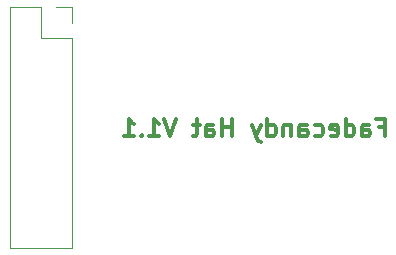
<source format=gbr>
G04 #@! TF.GenerationSoftware,KiCad,Pcbnew,(5.1.4)-1*
G04 #@! TF.CreationDate,2021-11-14T18:33:35-06:00*
G04 #@! TF.ProjectId,FadecandyHatV1.0,46616465-6361-46e6-9479-48617456312e,rev?*
G04 #@! TF.SameCoordinates,Original*
G04 #@! TF.FileFunction,Legend,Bot*
G04 #@! TF.FilePolarity,Positive*
%FSLAX46Y46*%
G04 Gerber Fmt 4.6, Leading zero omitted, Abs format (unit mm)*
G04 Created by KiCad (PCBNEW (5.1.4)-1) date 2021-11-14 18:33:35*
%MOMM*%
%LPD*%
G04 APERTURE LIST*
%ADD10C,0.300000*%
%ADD11C,0.120000*%
G04 APERTURE END LIST*
D10*
X31140000Y-11392857D02*
X31640000Y-11392857D01*
X31640000Y-12178571D02*
X31640000Y-10678571D01*
X30925714Y-10678571D01*
X29711428Y-12178571D02*
X29711428Y-11392857D01*
X29782857Y-11250000D01*
X29925714Y-11178571D01*
X30211428Y-11178571D01*
X30354285Y-11250000D01*
X29711428Y-12107142D02*
X29854285Y-12178571D01*
X30211428Y-12178571D01*
X30354285Y-12107142D01*
X30425714Y-11964285D01*
X30425714Y-11821428D01*
X30354285Y-11678571D01*
X30211428Y-11607142D01*
X29854285Y-11607142D01*
X29711428Y-11535714D01*
X28354285Y-12178571D02*
X28354285Y-10678571D01*
X28354285Y-12107142D02*
X28497142Y-12178571D01*
X28782857Y-12178571D01*
X28925714Y-12107142D01*
X28997142Y-12035714D01*
X29068571Y-11892857D01*
X29068571Y-11464285D01*
X28997142Y-11321428D01*
X28925714Y-11250000D01*
X28782857Y-11178571D01*
X28497142Y-11178571D01*
X28354285Y-11250000D01*
X27068571Y-12107142D02*
X27211428Y-12178571D01*
X27497142Y-12178571D01*
X27639999Y-12107142D01*
X27711428Y-11964285D01*
X27711428Y-11392857D01*
X27639999Y-11250000D01*
X27497142Y-11178571D01*
X27211428Y-11178571D01*
X27068571Y-11250000D01*
X26997142Y-11392857D01*
X26997142Y-11535714D01*
X27711428Y-11678571D01*
X25711428Y-12107142D02*
X25854285Y-12178571D01*
X26139999Y-12178571D01*
X26282857Y-12107142D01*
X26354285Y-12035714D01*
X26425714Y-11892857D01*
X26425714Y-11464285D01*
X26354285Y-11321428D01*
X26282857Y-11250000D01*
X26139999Y-11178571D01*
X25854285Y-11178571D01*
X25711428Y-11250000D01*
X24425714Y-12178571D02*
X24425714Y-11392857D01*
X24497142Y-11250000D01*
X24639999Y-11178571D01*
X24925714Y-11178571D01*
X25068571Y-11250000D01*
X24425714Y-12107142D02*
X24568571Y-12178571D01*
X24925714Y-12178571D01*
X25068571Y-12107142D01*
X25139999Y-11964285D01*
X25139999Y-11821428D01*
X25068571Y-11678571D01*
X24925714Y-11607142D01*
X24568571Y-11607142D01*
X24425714Y-11535714D01*
X23711428Y-11178571D02*
X23711428Y-12178571D01*
X23711428Y-11321428D02*
X23639999Y-11250000D01*
X23497142Y-11178571D01*
X23282857Y-11178571D01*
X23139999Y-11250000D01*
X23068571Y-11392857D01*
X23068571Y-12178571D01*
X21711428Y-12178571D02*
X21711428Y-10678571D01*
X21711428Y-12107142D02*
X21854285Y-12178571D01*
X22140000Y-12178571D01*
X22282857Y-12107142D01*
X22354285Y-12035714D01*
X22425714Y-11892857D01*
X22425714Y-11464285D01*
X22354285Y-11321428D01*
X22282857Y-11250000D01*
X22140000Y-11178571D01*
X21854285Y-11178571D01*
X21711428Y-11250000D01*
X21140000Y-11178571D02*
X20782857Y-12178571D01*
X20425714Y-11178571D02*
X20782857Y-12178571D01*
X20925714Y-12535714D01*
X20997142Y-12607142D01*
X21140000Y-12678571D01*
X18711428Y-12178571D02*
X18711428Y-10678571D01*
X18711428Y-11392857D02*
X17854285Y-11392857D01*
X17854285Y-12178571D02*
X17854285Y-10678571D01*
X16497142Y-12178571D02*
X16497142Y-11392857D01*
X16568571Y-11250000D01*
X16711428Y-11178571D01*
X16997142Y-11178571D01*
X17140000Y-11250000D01*
X16497142Y-12107142D02*
X16640000Y-12178571D01*
X16997142Y-12178571D01*
X17140000Y-12107142D01*
X17211428Y-11964285D01*
X17211428Y-11821428D01*
X17140000Y-11678571D01*
X16997142Y-11607142D01*
X16640000Y-11607142D01*
X16497142Y-11535714D01*
X15997142Y-11178571D02*
X15425714Y-11178571D01*
X15782857Y-10678571D02*
X15782857Y-11964285D01*
X15711428Y-12107142D01*
X15568571Y-12178571D01*
X15425714Y-12178571D01*
X13997142Y-10678571D02*
X13497142Y-12178571D01*
X12997142Y-10678571D01*
X11711428Y-12178571D02*
X12568571Y-12178571D01*
X12140000Y-12178571D02*
X12140000Y-10678571D01*
X12282857Y-10892857D01*
X12425714Y-11035714D01*
X12568571Y-11107142D01*
X11068571Y-12035714D02*
X10997142Y-12107142D01*
X11068571Y-12178571D01*
X11140000Y-12107142D01*
X11068571Y-12035714D01*
X11068571Y-12178571D01*
X9568571Y-12178571D02*
X10425714Y-12178571D01*
X9997142Y-12178571D02*
X9997142Y-10678571D01*
X10140000Y-10892857D01*
X10282857Y-11035714D01*
X10425714Y-11107142D01*
D11*
X5140000Y-21650000D02*
X-60000Y-21650000D01*
X5140000Y-3810000D02*
X5140000Y-21650000D01*
X-60000Y-1210000D02*
X-60000Y-21650000D01*
X5140000Y-3810000D02*
X2540000Y-3810000D01*
X2540000Y-3810000D02*
X2540000Y-1210000D01*
X2540000Y-1210000D02*
X-60000Y-1210000D01*
X5140000Y-2540000D02*
X5140000Y-1210000D01*
X5140000Y-1210000D02*
X3810000Y-1210000D01*
M02*

</source>
